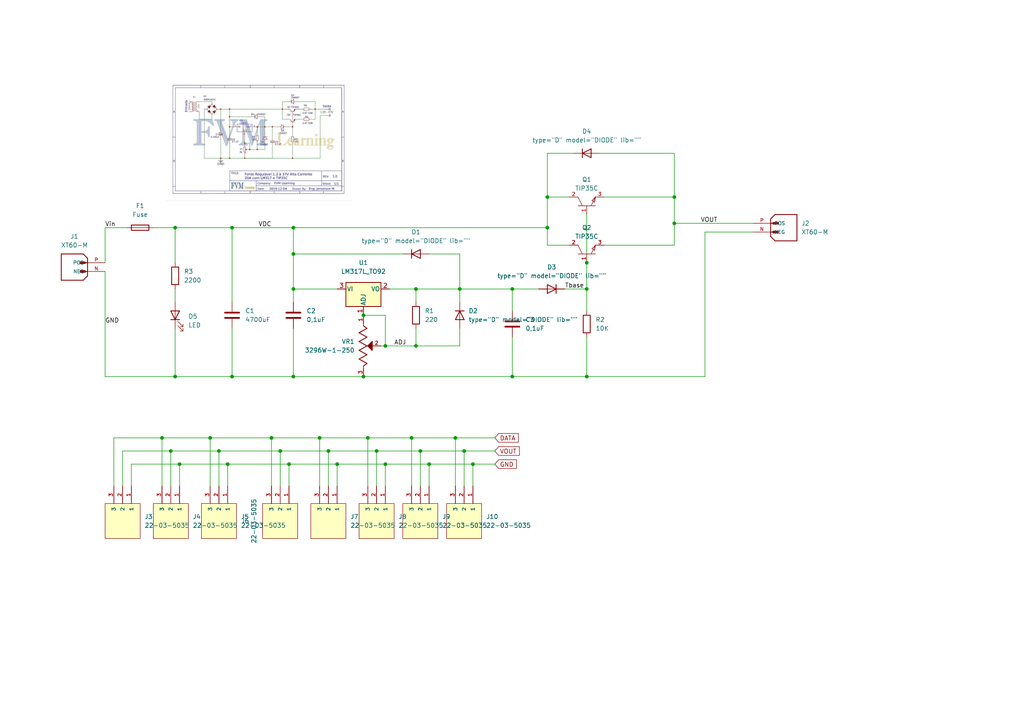
<source format=kicad_sch>
(kicad_sch (version 20211123) (generator eeschema)
  (paper "A4")
  (lib_symbols
    (symbol "Device:C" (pin_numbers hide) (pin_names (offset 0.254))
      (property "Reference" "C" (at 0.635 2.54 0))
      (property "Value" "C" (at 0.635 -2.54 0))
      (symbol "C_0_1"
        (polyline (pts (xy -2.032 -0.762) (xy 2.032 -0.762)) (stroke (width 0.508)))
        (polyline (pts (xy -2.032 0.762) (xy 2.032 0.762)) (stroke (width 0.508)))
      )
      (symbol "C_1_1"
        (pin passive line (at 0 3.81 270) (length 2.794) (name "~") (number "1"))
        (pin passive line (at 0 -3.81 90) (length 2.794) (name "~") (number "2"))
      )
    )
    (symbol "Device:Fuse" (pin_numbers hide) (pin_names (offset 0))
      (property "Reference" "F" (at 2.032 0 90))
      (property "Value" "Fuse" (at -1.905 0 90))
      (symbol "Fuse_0_1"
        (rectangle (start -0.762 -2.54) (end 0.762 2.54) (stroke (width 0.254)))
        (polyline (pts (xy 0 2.54) (xy 0 -2.54)))
      )
      (symbol "Fuse_1_1"
        (pin passive line (at 0 3.81 270) (length 1.27) (name "~") (number "1"))
        (pin passive line (at 0 -3.81 90) (length 1.27) (name "~") (number "2"))
      )
    )
    (symbol "Device:LED" (pin_numbers hide) (pin_names (offset 1.016) hide)
      (property "Reference" "D" (at 0 2.54 0))
      (property "Value" "LED" (at 0 -2.54 0))
      (symbol "LED_0_1"
        (polyline (pts (xy -1.27 -1.27) (xy -1.27 1.27)) (stroke (width 0.254)))
        (polyline (pts (xy -1.27 0) (xy 1.27 0)))
        (polyline (pts (xy 1.27 -1.27) (xy 1.27 1.27) (xy -1.27 0) (xy 1.27 -1.27)) (stroke (width 0.254)))
        (polyline (pts (xy -3.048 -0.762) (xy -4.572 -2.286) (xy -3.81 -2.286) (xy -4.572 -2.286) (xy -4.572 -1.524)))
        (polyline (pts (xy -1.778 -0.762) (xy -3.302 -2.286) (xy -2.54 -2.286) (xy -3.302 -2.286) (xy -3.302 -1.524)))
      )
      (symbol "LED_1_1"
        (pin passive line (at -3.81 0 0) (length 2.54) (name "K") (number "1"))
        (pin passive line (at 3.81 0 180) (length 2.54) (name "A") (number "2"))
      )
    )
    (symbol "Device:R" (pin_numbers hide) (pin_names (offset 0))
      (property "Reference" "R" (at 2.032 0 90))
      (property "Value" "R" (at 0 0 90))
      (symbol "R_0_1"
        (rectangle (start -1.016 -2.54) (end 1.016 2.54) (stroke (width 0.254)))
      )
      (symbol "R_1_1"
        (pin passive line (at 0 3.81 270) (length 1.27) (name "~") (number "1"))
        (pin passive line (at 0 -3.81 90) (length 1.27) (name "~") (number "2"))
      )
    )
    (symbol "Regulator_Linear:LM317L_TO92" (pin_names (offset 0.254))
      (property "Reference" "U" (at -3.81 3.175 0))
      (property "Value" "LM317L_TO92" (at 0 3.175 0))
      (symbol "LM317L_TO92_0_1"
        (rectangle (start -5.08 1.905) (end 5.08 -5.08) (stroke (width 0.254)) (fill (type background)))
      )
      (symbol "LM317L_TO92_1_1"
        (pin input line (at 0 -7.62 90) (length 2.54) (name "ADJ") (number "1"))
        (pin power_out line (at 7.62 0 180) (length 2.54) (name "VO") (number "2"))
        (pin power_in line (at -7.62 0 0) (length 2.54) (name "VI") (number "3"))
      )
    )
    (symbol "Simulation_SPICE:DIODE" (pin_numbers hide) (pin_names (offset 1.016) hide)
      (property "Reference" "D" (at 0 2.54 0))
      (property "Value" "DIODE" (at 0 -2.54 0))
      (symbol "DIODE_0_1"
        (polyline (pts (xy 1.27 0) (xy -1.27 0)))
        (polyline (pts (xy 1.27 1.27) (xy 1.27 -1.27)) (stroke (width 0.254)))
        (polyline (pts (xy -1.27 -1.27) (xy -1.27 1.27) (xy 1.27 0) (xy -1.27 -1.27)) (stroke (width 0.254)))
      )
      (symbol "DIODE_1_1"
        (pin passive line (at -3.81 0 0) (length 2.54) (name "A") (number "1"))
        (pin passive line (at 3.81 0 180) (length 2.54) (name "K") (number "2"))
      )
    )
    (symbol "TRIM_POT:3296W-1-250" (pin_names (offset 1.016))
      (property "Reference" "VR" (at -5.0871 10.1742 0))
      (property "Value" "3296W-1-250" (at -5.0926 -5.0926 0))
      (symbol "3296W-1-250_0_0"
        (polyline (pts (xy -6.35 0) (xy -5.842 0)) (stroke (width 0.1524)))
        (polyline (pts (xy -5.842 0) (xy -5.08 1.016)) (stroke (width 0.254)))
        (polyline (pts (xy -5.08 1.016) (xy -3.81 -1.27)) (stroke (width 0.254)))
        (polyline (pts (xy -3.81 -1.27) (xy -2.54 1.016)) (stroke (width 0.254)))
        (polyline (pts (xy -2.54 1.016) (xy -1.27 -1.27)) (stroke (width 0.254)))
        (polyline (pts (xy -1.27 -1.27) (xy 0 1.016)) (stroke (width 0.254)))
        (polyline (pts (xy -1.27 2.54) (xy 1.27 2.54)) (stroke (width 0.254)))
        (polyline (pts (xy 0 1.016) (xy 1.27 -1.27)) (stroke (width 0.254)))
        (polyline (pts (xy 0 1.27) (xy -1.27 2.54)) (stroke (width 0.254)))
        (polyline (pts (xy 1.27 -1.27) (xy 2.54 1.016)) (stroke (width 0.254)))
        (polyline (pts (xy 1.27 2.54) (xy 0 1.27)) (stroke (width 0.254)))
        (polyline (pts (xy 2.54 1.016) (xy 3.81 -1.27)) (stroke (width 0.254)))
        (polyline (pts (xy 3.81 -1.27) (xy 5.08 1.016)) (stroke (width 0.254)))
        (polyline (pts (xy 5.842 0) (xy 5.08 1.016)) (stroke (width 0.254)))
        (polyline (pts (xy 5.842 0) (xy 6.35 0)) (stroke (width 0.1524)))
        (polyline (pts (xy -1.27 2.54) (xy 1.27 2.54) (xy 0 1.27) (xy -1.27 2.54)) (stroke (width 0.254)) (fill (type outline)))
        (pin passive line (at -8.89 0 0) (length 2.54) (name "~") (number "1"))
        (pin passive line (at 0 5.08 270) (length 2.54) (name "~") (number "2"))
        (pin passive line (at 8.89 0 180) (length 2.54) (name "~") (number "3"))
      )
    )
    (symbol "TTL-3PIN:22-03-5035" (pin_names (offset 1.016))
      (property "Reference" "J" (at -5.08 5.08 0))
      (property "Value" "22-03-5035" (at -5.08 -7.62 0))
      (symbol "22-03-5035_0_0"
        (rectangle (start -5.08 -5.08) (end 5.08 5.08) (stroke (width 0.1524)) (fill (type background)))
        (pin passive line (at -10.16 2.54 0) (length 5.08) (name "1") (number "1"))
        (pin passive line (at -10.16 0 0) (length 5.08) (name "2") (number "2"))
        (pin passive line (at -10.16 -2.54 0) (length 5.08) (name "3") (number "3"))
      )
    )
    (symbol "XT-60:XT60-M" (pin_names (offset 1.016))
      (property "Reference" "J" (at 0 6.35 0))
      (property "Value" "XT60-M" (at 0 -5.08 0))
      (symbol "XT60-M_0_0"
        (polyline (pts (xy 0 -1.27) (xy 1.27 -2.54)) (stroke (width 0.254)))
        (polyline (pts (xy 0 0) (xy 1.905 0)) (stroke (width 0.254)))
        (polyline (pts (xy 0 2.54) (xy 0 -1.27)) (stroke (width 0.254)))
        (polyline (pts (xy 0 2.54) (xy 1.905 2.54)) (stroke (width 0.254)))
        (polyline (pts (xy 0 3.81) (xy 0 2.54)) (stroke (width 0.254)))
        (polyline (pts (xy 0 3.81) (xy 1.27 5.08)) (stroke (width 0.254)))
        (polyline (pts (xy 1.27 -2.54) (xy 7.62 -2.54)) (stroke (width 0.254)))
        (polyline (pts (xy 7.62 -2.54) (xy 7.62 5.08)) (stroke (width 0.254)))
        (polyline (pts (xy 7.62 5.08) (xy 1.27 5.08)) (stroke (width 0.254)))
        (rectangle (start 0.635 -0.3175) (end 2.2225 0.3175) (stroke (width 0.1)) (fill (type outline)))
        (rectangle (start 0.635 2.2225) (end 2.2225 2.8575) (stroke (width 0.1)) (fill (type outline)))
        (pin passive line (at -5.08 0 0) (length 5.08) (name "NEG") (number "N"))
        (pin passive line (at -5.08 2.54 0) (length 5.08) (name "POS") (number "P"))
      )
    )
    (symbol "eec:TIP35C" (pin_names (offset 1.016))
      (property "Reference" "Q" (at 0 7.62 0))
      (property "Value" "TIP35C" (at 0 10.16 0))
      (symbol "TIP35C_1_1"
        (polyline (pts (xy 5.08 -1.27) (xy 7.62 -2.54)))
        (polyline (pts (xy 5.08 1.27) (xy 7.62 2.54)))
        (polyline (pts (xy 5.08 2.54) (xy 5.08 -2.54)))
        (polyline (pts (xy 6.096 -2.286) (xy 6.604 -1.524)))
        (polyline (pts (xy 6.096 -2.286) (xy 7.62 -2.54)))
        (polyline (pts (xy 6.604 -1.524) (xy 7.62 -2.54)))
        (pin unspecified line (at 2.54 0 0) (length 2.54) (name "BASE") (number "1"))
        (pin unspecified line (at 7.62 5.08 270) (length 2.54) (name "COLLECTOR") (number "2"))
        (pin unspecified line (at 7.62 -5.08 90) (length 2.54) (name "EMITTER") (number "3"))
      )
    )
  )
  (junction (at 49.53 130.81))
  (junction (at 67.31 66.04))
  (junction (at 97.79 134.62))
  (junction (at 60.96 127))
  (junction (at 85.09 109.22))
  (junction (at 105.41 91.44))
  (junction (at 67.31 109.22))
  (junction (at 46.99 127))
  (junction (at 50.8 66.04))
  (junction (at 111.76 134.62))
  (junction (at 106.68 127))
  (junction (at 81.28 130.81))
  (junction (at 170.18 83.82))
  (junction (at 85.09 73.66))
  (junction (at 148.59 83.82))
  (junction (at 119.38 127))
  (junction (at 83.82 134.62))
  (junction (at 109.22 130.81))
  (junction (at 66.04 134.62))
  (junction (at 78.74 127))
  (junction (at 170.18 109.22))
  (junction (at 137.16 134.62))
  (junction (at 132.08 127))
  (junction (at 195.58 64.77))
  (junction (at 52.07 134.62))
  (junction (at 85.09 66.04))
  (junction (at 158.75 57.15))
  (junction (at 148.59 109.22))
  (junction (at 95.25 130.81))
  (junction (at 120.65 100.33))
  (junction (at 111.76 100.33))
  (junction (at 121.92 130.81))
  (junction (at 133.35 83.82))
  (junction (at 92.71 127))
  (junction (at 50.8 109.22))
  (junction (at 158.75 66.04))
  (junction (at 85.09 83.82))
  (junction (at 170.18 76.2))
  (junction (at 105.41 109.22))
  (junction (at 124.46 134.62))
  (junction (at 120.65 83.82))
  (junction (at 63.5 130.81))
  (junction (at 134.62 130.81))
  (junction (at 195.58 57.15))
  (wire (pts (xy 158.75 44.45) (xy 158.75 57.15)))
  (wire (pts (xy 66.04 134.62) (xy 66.04 140.97)))
  (wire (pts (xy 50.8 66.04) (xy 67.31 66.04)))
  (wire (pts (xy 85.09 109.22) (xy 105.41 109.22)))
  (wire (pts (xy 133.35 73.66) (xy 133.35 83.82)))
  (wire (pts (xy 30.48 78.74) (xy 30.48 109.22)))
  (wire (pts (xy 170.18 97.79) (xy 170.18 109.22)))
  (wire (pts (xy 110.49 100.33) (xy 111.76 100.33)))
  (wire (pts (xy 195.58 44.45) (xy 195.58 57.15)))
  (wire (pts (xy 124.46 134.62) (xy 124.46 140.97)))
  (wire (pts (xy 158.75 57.15) (xy 165.1 57.15)))
  (wire (pts (xy 111.76 134.62) (xy 111.76 140.97)))
  (wire (pts (xy 121.92 130.81) (xy 121.92 140.97)))
  (wire (pts (xy 67.31 109.22) (xy 85.09 109.22)))
  (wire (pts (xy 175.26 71.12) (xy 195.58 71.12)))
  (wire (pts (xy 85.09 73.66) (xy 85.09 83.82)))
  (wire (pts (xy 148.59 83.82) (xy 156.21 83.82)))
  (wire (pts (xy 111.76 100.33) (xy 120.65 100.33)))
  (wire (pts (xy 148.59 97.79) (xy 148.59 109.22)))
  (wire (pts (xy 120.65 83.82) (xy 113.03 83.82)))
  (wire (pts (xy 92.71 127) (xy 106.68 127)))
  (wire (pts (xy 95.25 130.81) (xy 109.22 130.81)))
  (wire (pts (xy 106.68 140.97) (xy 106.68 127)))
  (wire (pts (xy 50.8 83.82) (xy 50.8 87.63)))
  (wire (pts (xy 67.31 66.04) (xy 67.31 87.63)))
  (wire (pts (xy 166.37 44.45) (xy 158.75 44.45)))
  (wire (pts (xy 143.51 134.62) (xy 137.16 134.62)))
  (wire (pts (xy 44.45 66.04) (xy 50.8 66.04)))
  (wire (pts (xy 124.46 73.66) (xy 133.35 73.66)))
  (wire (pts (xy 111.76 134.62) (xy 124.46 134.62)))
  (wire (pts (xy 105.41 91.44) (xy 111.76 91.44)))
  (wire (pts (xy 143.51 127) (xy 132.08 127)))
  (wire (pts (xy 137.16 134.62) (xy 137.16 140.97)))
  (wire (pts (xy 49.53 130.81) (xy 63.5 130.81)))
  (wire (pts (xy 119.38 127) (xy 119.38 140.97)))
  (wire (pts (xy 83.82 134.62) (xy 97.79 134.62)))
  (wire (pts (xy 170.18 109.22) (xy 204.47 109.22)))
  (wire (pts (xy 33.02 127) (xy 46.99 127)))
  (wire (pts (xy 134.62 130.81) (xy 134.62 140.97)))
  (wire (pts (xy 85.09 83.82) (xy 97.79 83.82)))
  (wire (pts (xy 120.65 83.82) (xy 133.35 83.82)))
  (wire (pts (xy 30.48 66.04) (xy 36.83 66.04)))
  (wire (pts (xy 97.79 140.97) (xy 97.79 134.62)))
  (wire (pts (xy 85.09 73.66) (xy 116.84 73.66)))
  (wire (pts (xy 92.71 127) (xy 92.71 140.97)))
  (wire (pts (xy 85.09 109.22) (xy 85.09 95.25)))
  (wire (pts (xy 175.26 57.15) (xy 195.58 57.15)))
  (wire (pts (xy 30.48 66.04) (xy 30.48 76.2)))
  (wire (pts (xy 133.35 100.33) (xy 120.65 100.33)))
  (wire (pts (xy 109.22 130.81) (xy 109.22 140.97)))
  (wire (pts (xy 35.56 140.97) (xy 35.56 130.81)))
  (wire (pts (xy 218.44 67.31) (xy 204.47 67.31)))
  (wire (pts (xy 46.99 127) (xy 60.96 127)))
  (wire (pts (xy 195.58 64.77) (xy 218.44 64.77)))
  (wire (pts (xy 85.09 83.82) (xy 85.09 87.63)))
  (wire (pts (xy 170.18 62.23) (xy 170.18 76.2)))
  (wire (pts (xy 109.22 130.81) (xy 121.92 130.81)))
  (wire (pts (xy 120.65 100.33) (xy 120.65 95.25)))
  (wire (pts (xy 95.25 130.81) (xy 95.25 140.97)))
  (wire (pts (xy 49.53 130.81) (xy 49.53 140.97)))
  (wire (pts (xy 195.58 64.77) (xy 195.58 57.15)))
  (wire (pts (xy 35.56 130.81) (xy 49.53 130.81)))
  (wire (pts (xy 83.82 134.62) (xy 83.82 140.97)))
  (wire (pts (xy 158.75 66.04) (xy 158.75 57.15)))
  (wire (pts (xy 111.76 91.44) (xy 111.76 100.33)))
  (wire (pts (xy 173.99 44.45) (xy 195.58 44.45)))
  (wire (pts (xy 85.09 66.04) (xy 158.75 66.04)))
  (wire (pts (xy 170.18 83.82) (xy 163.83 83.82)))
  (wire (pts (xy 60.96 127) (xy 78.74 127)))
  (wire (pts (xy 46.99 127) (xy 46.99 140.97)))
  (wire (pts (xy 38.1 134.62) (xy 52.07 134.62)))
  (wire (pts (xy 52.07 134.62) (xy 52.07 140.97)))
  (wire (pts (xy 97.79 134.62) (xy 111.76 134.62)))
  (wire (pts (xy 78.74 127) (xy 92.71 127)))
  (wire (pts (xy 30.48 109.22) (xy 50.8 109.22)))
  (wire (pts (xy 119.38 127) (xy 132.08 127)))
  (wire (pts (xy 50.8 95.25) (xy 50.8 109.22)))
  (wire (pts (xy 204.47 67.31) (xy 204.47 109.22)))
  (wire (pts (xy 67.31 66.04) (xy 85.09 66.04)))
  (wire (pts (xy 50.8 66.04) (xy 50.8 76.2)))
  (wire (pts (xy 133.35 95.25) (xy 133.35 100.33)))
  (wire (pts (xy 81.28 140.97) (xy 81.28 130.81)))
  (wire (pts (xy 133.35 87.63) (xy 133.35 83.82)))
  (wire (pts (xy 81.28 130.81) (xy 95.25 130.81)))
  (wire (pts (xy 105.41 109.22) (xy 148.59 109.22)))
  (wire (pts (xy 170.18 90.17) (xy 170.18 83.82)))
  (wire (pts (xy 78.74 127) (xy 78.74 140.97)))
  (wire (pts (xy 60.96 127) (xy 60.96 140.97)))
  (wire (pts (xy 148.59 83.82) (xy 133.35 83.82)))
  (wire (pts (xy 33.02 140.97) (xy 33.02 127)))
  (wire (pts (xy 121.92 130.81) (xy 134.62 130.81)))
  (wire (pts (xy 106.68 127) (xy 119.38 127)))
  (wire (pts (xy 170.18 76.2) (xy 170.18 83.82)))
  (wire (pts (xy 38.1 140.97) (xy 38.1 134.62)))
  (wire (pts (xy 134.62 130.81) (xy 143.51 130.81)))
  (wire (pts (xy 52.07 134.62) (xy 66.04 134.62)))
  (wire (pts (xy 63.5 130.81) (xy 81.28 130.81)))
  (wire (pts (xy 124.46 134.62) (xy 137.16 134.62)))
  (wire (pts (xy 50.8 109.22) (xy 67.31 109.22)))
  (wire (pts (xy 67.31 109.22) (xy 67.31 95.25)))
  (wire (pts (xy 158.75 71.12) (xy 158.75 66.04)))
  (wire (pts (xy 148.59 90.17) (xy 148.59 83.82)))
  (wire (pts (xy 170.18 109.22) (xy 148.59 109.22)))
  (wire (pts (xy 66.04 134.62) (xy 83.82 134.62)))
  (wire (pts (xy 85.09 66.04) (xy 85.09 73.66)))
  (wire (pts (xy 195.58 71.12) (xy 195.58 64.77)))
  (wire (pts (xy 63.5 130.81) (xy 63.5 140.97)))
  (wire (pts (xy 120.65 87.63) (xy 120.65 83.82)))
  (wire (pts (xy 165.1 71.12) (xy 158.75 71.12)))
  (wire (pts (xy 132.08 127) (xy 132.08 140.97)))
  (image (at 74.93 40.64))
  (label "GND" (at 30.48 93.98 0))
  (label "VDC" (at 74.93 66.04 0))
  (label "VOUT" (at 203.2 64.77 0))
  (label "ADJ" (at 114.3 100.33 0))
  (label "Vin" (at 30.48 66.04 0))
  (label "Tbase" (at 163.83 83.82 0))
  (global_label "GND" (shape input) (at 143.51 134.62 0) (property "Intersheet References" "${INTERSHEET_REFS}" (effects hide)))
  (global_label "VOUT" (shape input) (at 143.51 130.81 0) (property "Intersheet References" "${INTERSHEET_REFS}" (effects hide)))
  (global_label "DATA" (shape input) (at 143.51 127 0) (property "Intersheet References" "${INTERSHEET_REFS}" (effects hide)))
  (symbol (lib_id "Device:Fuse") (at 40.64 66.04 90) (unit 1)
    (property "Reference" "F1" (at 40.64 59.69 90))
    (property "Value" "Fuse" (at 40.64 62.23 90))
    (property "Footprint" "Fuse:Fuseholder_Cylinder-5x20mm_Schurter_0031_8201_Horizontal_Open" (effects hide))
  )
  (symbol (lib_id "Regulator_Linear:LM317L_TO92") (at 105.41 83.82 0) (unit 1)
    (property "Reference" "U1" (at 105.41 76.2 0))
    (property "Value" "LM317L_TO92" (at 105.41 78.74 0))
    (property "Footprint" "Package_TO_SOT_THT:TO-220-3_Vertical" (effects hide))
    (property "Datasheet" "http://www.ti.com/lit/ds/snvs775k/snvs775k.pdf" (effects hide))
  )
  (symbol (lib_id "Device:LED") (at 50.8 91.44 90) (unit 1)
    (property "Reference" "D5" (at 54.61 91.7574 90) (effects (justify right)))
    (property "Value" "LED" (at 54.61 94.2974 90) (effects (justify right)))
    (property "Footprint" "LED_THT:LED_D3.0mm" (effects hide))
  )
  (symbol (lib_id "Simulation_SPICE:DIODE") (at 133.35 91.44 90) (unit 1)
    (property "Reference" "D2" (at 135.89 90.1699 90) (effects (justify right)))
    (property "Value" "DIODE" (at 135.89 92.7099 90) (effects (justify right)))
    (property "Footprint" "Diode_THT:D_A-405_P12.70mm_Horizontal" (effects hide))
    (property "Spice_Netlist_Enabled" "Y" (effects hide))
    (property "Spice_Primitive" "D" (effects hide))
  )
  (symbol (lib_id "Device:C") (at 148.59 93.98 0) (unit 1)
    (property "Reference" "C3" (at 152.4 92.7099 0) (effects (justify left)))
    (property "Value" "0,1uF" (at 152.4 95.2499 0) (effects (justify left)))
    (property "Footprint" "Capacitor_THT:CP_Radial_D6.3mm_P2.50mm" (effects hide))
  )
  (symbol (lib_id "Device:R") (at 50.8 80.01 0) (unit 1)
    (property "Reference" "R3" (at 53.34 78.7399 0) (effects (justify left)))
    (property "Value" "2200" (at 53.34 81.2799 0) (effects (justify left)))
    (property "Footprint" "Resistor_THT:R_Axial_DIN0207_L6.3mm_D2.5mm_P7.62mm_Horizontal" (effects hide))
  )
  (symbol (lib_id "Simulation_SPICE:DIODE") (at 170.18 44.45 180) (unit 1)
    (property "Reference" "D4" (at 170.18 38.1 0))
    (property "Value" "DIODE" (at 170.18 40.64 0))
    (property "Footprint" "Diode_THT:D_A-405_P12.70mm_Horizontal" (effects hide))
    (property "Spice_Netlist_Enabled" "Y" (effects hide))
    (property "Spice_Primitive" "D" (effects hide))
  )
  (symbol (lib_id "TTL-3PIN:22-03-5035") (at 109.22 151.13 270) (unit 1)
    (property "Reference" "J8" (at 115.57 149.8599 90) (effects (justify left)))
    (property "Value" "22-03-5035" (at 115.57 152.3999 90) (effects (justify left)))
    (property "Footprint" "TTL-3PIN:TTL_3pin" (effects hide))
    (property "STANDARD" "Manufacturer recommendations" (effects hide))
    (property "PARTREV" "B" (effects hide))
    (property "MANUFACTURER" "Molex" (effects hide))
    (property "MAXIMUM_PACKAGE_HEIGHT" "5.9mm" (effects hide))
  )
  (symbol (lib_id "TRIM_POT:3296W-1-250") (at 105.41 100.33 270) (unit 1)
    (property "Reference" "VR1" (at 102.87 99.0599 90) (effects (justify right)))
    (property "Value" "3296W-1-250" (at 102.87 101.5999 90) (effects (justify right)))
    (property "Footprint" "XT-60:TRIM_3296W-1-250" (effects hide))
    (property "PARTREV" "05/16" (effects hide))
    (property "MANUFACTURER" "Bourns" (effects hide))
    (property "STANDARD" "Manufacturer Recommendation" (effects hide))
  )
  (symbol (lib_id "eec:TIP35C") (at 170.18 78.74 90) (unit 1)
    (property "Reference" "Q2" (at 170.18 66.04 90))
    (property "Value" "TIP35C" (at 170.18 68.58 90))
    (property "Footprint" "Package_TO_SOT_THT:TO-3PB-3_Vertical" (effects hide))
    (property "Datasheet" "http://www.st.com/content/ccc/resource/technical/document/datasheet/81/78/4f/8c/28/81/4d/c1/CD00001165.pdf/files/CD00001165.pdf/jcr:content/translations/en.CD00001165.pdf" (effects hide))
    (property "category" "Trans" (effects hide))
    (property "digikey description" "TRANS NPN 100V 25A TO-247" (effects hide))
    (property "digikey part number" "497-2609-5-ND" (effects hide))
    (property "ipc land pattern name" "TO-220" (effects hide))
    (property "lead free" "yes" (effects hide))
    (property "library id" "7268601df026f6f5" (effects hide))
    (property "manufacturer" "STMicroelectronics" (effects hide))
    (property "mouser part number" "511-TIP35C" (effects hide))
    (property "package" "TO247" (effects hide))
    (property "rohs" "yes" (effects hide))
    (property "temperature range high" "+150°C" (effects hide))
    (property "voltage" "100V" (effects hide))
  )
  (symbol (lib_id "TTL-3PIN:22-03-5035") (at 95.25 151.13 270) (unit 1)
    (property "Reference" "J7" (at 101.6 149.8599 90) (effects (justify left)))
    (property "Value" "22-03-5035" (at 101.6 152.3999 90) (effects (justify left)))
    (property "Footprint" "TTL-3PIN:TTL_3pin" (effects hide))
    (property "STANDARD" "Manufacturer recommendations" (effects hide))
    (property "PARTREV" "B" (effects hide))
    (property "MANUFACTURER" "Molex" (effects hide))
    (property "MAXIMUM_PACKAGE_HEIGHT" "5.9mm" (effects hide))
  )
  (symbol (lib_id "TTL-3PIN:22-03-5035") (at 121.92 151.13 270) (unit 1)
    (property "Reference" "J9" (at 128.27 149.8599 90) (effects (justify left)))
    (property "Value" "22-03-5035" (at 128.27 152.3999 90) (effects (justify left)))
    (property "Footprint" "TTL-3PIN:TTL_3pin" (effects hide))
    (property "STANDARD" "Manufacturer recommendations" (effects hide))
    (property "PARTREV" "B" (effects hide))
    (property "MANUFACTURER" "Molex" (effects hide))
    (property "MAXIMUM_PACKAGE_HEIGHT" "5.9mm" (effects hide))
  )
  (symbol (lib_id "TTL-3PIN:22-03-5035") (at 134.62 151.13 270) (unit 1)
    (property "Reference" "J10" (at 140.97 149.8599 90) (effects (justify left)))
    (property "Value" "22-03-5035" (at 140.97 152.3999 90) (effects (justify left)))
    (property "Footprint" "TTL-3PIN:TTL_3pin" (effects hide))
    (property "STANDARD" "Manufacturer recommendations" (effects hide))
    (property "PARTREV" "B" (effects hide))
    (property "MANUFACTURER" "Molex" (effects hide))
    (property "MAXIMUM_PACKAGE_HEIGHT" "5.9mm" (effects hide))
  )
  (symbol (lib_id "TTL-3PIN:22-03-5035") (at 63.5 151.13 270) (unit 1)
    (property "Reference" "J5" (at 69.85 149.8599 90) (effects (justify left)))
    (property "Value" "22-03-5035" (at 69.85 152.3999 90) (effects (justify left)))
    (property "Footprint" "TTL-3PIN:TTL_3pin" (effects hide))
    (property "STANDARD" "Manufacturer recommendations" (effects hide))
    (property "PARTREV" "B" (effects hide))
    (property "MANUFACTURER" "Molex" (effects hide))
    (property "MAXIMUM_PACKAGE_HEIGHT" "5.9mm" (effects hide))
  )
  (symbol (lib_id "TTL-3PIN:22-03-5035") (at 35.56 151.13 270) (unit 1)
    (property "Reference" "J3" (at 41.91 149.8599 90) (effects (justify left)))
    (property "Value" "22-03-5035" (at 41.91 152.3999 90) (effects (justify left)))
    (property "Footprint" "TTL-3PIN:TTL_3pin" (effects hide))
    (property "STANDARD" "Manufacturer recommendations" (effects hide))
    (property "PARTREV" "B" (effects hide))
    (property "MANUFACTURER" "Molex" (effects hide))
    (property "MAXIMUM_PACKAGE_HEIGHT" "5.9mm" (effects hide))
  )
  (symbol (lib_id "XT-60:XT60-M") (at 25.4 78.74 0) (mirror y) (unit 1)
    (property "Reference" "J1" (at 21.59 68.58 0))
    (property "Value" "XT60-M" (at 21.59 71.12 0))
    (property "Footprint" "AMASS_XT60-M" (effects hide))
    (property "PARTREV" "V1.2" (effects hide))
    (property "MAXIMUM_PACKAGE_HEIGHT" "16.00 mm" (effects hide))
    (property "STANDARD" "IPC 7351B" (effects hide))
    (property "MANUFACTURER" "AMASS" (effects hide))
  )
  (symbol (lib_id "Simulation_SPICE:DIODE") (at 160.02 83.82 0) (unit 1)
    (property "Reference" "D3" (at 160.02 77.47 0))
    (property "Value" "DIODE" (at 160.02 80.01 0))
    (property "Footprint" "Diode_THT:D_A-405_P12.70mm_Horizontal" (effects hide))
    (property "Spice_Netlist_Enabled" "Y" (effects hide))
    (property "Spice_Primitive" "D" (effects hide))
  )
  (symbol (lib_id "Device:C") (at 67.31 91.44 0) (unit 1)
    (property "Reference" "C1" (at 71.12 90.1699 0) (effects (justify left)))
    (property "Value" "4700uF" (at 71.12 92.7099 0) (effects (justify left)))
    (property "Footprint" "Capacitor_THT:CP_Radial_D6.3mm_P2.50mm" (effects hide))
  )
  (symbol (lib_id "Simulation_SPICE:DIODE") (at 120.65 73.66 180) (unit 1)
    (property "Reference" "D1" (at 120.65 67.31 0))
    (property "Value" "DIODE" (at 120.65 69.85 0))
    (property "Footprint" "Diode_THT:D_A-405_P12.70mm_Horizontal" (effects hide))
    (property "Spice_Netlist_Enabled" "Y" (effects hide))
    (property "Spice_Primitive" "D" (effects hide))
  )
  (symbol (lib_id "TTL-3PIN:22-03-5035") (at 49.53 151.13 270) (unit 1)
    (property "Reference" "J4" (at 55.88 149.8599 90) (effects (justify left)))
    (property "Value" "22-03-5035" (at 55.88 152.3999 90) (effects (justify left)))
    (property "Footprint" "TTL-3PIN:TTL_3pin" (effects hide))
    (property "STANDARD" "Manufacturer recommendations" (effects hide))
    (property "PARTREV" "B" (effects hide))
    (property "MANUFACTURER" "Molex" (effects hide))
    (property "MAXIMUM_PACKAGE_HEIGHT" "5.9mm" (effects hide))
  )
  (symbol (lib_id "eec:TIP35C") (at 170.18 64.77 90) (unit 1)
    (property "Reference" "Q1" (at 170.18 52.07 90))
    (property "Value" "TIP35C" (at 170.18 54.61 90))
    (property "Footprint" "Package_TO_SOT_THT:TO-3PB-3_Vertical" (effects hide))
    (property "Datasheet" "http://www.st.com/content/ccc/resource/technical/document/datasheet/81/78/4f/8c/28/81/4d/c1/CD00001165.pdf/files/CD00001165.pdf/jcr:content/translations/en.CD00001165.pdf" (effects hide))
    (property "category" "Trans" (effects hide))
    (property "digikey description" "TRANS NPN 100V 25A TO-247" (effects hide))
    (property "digikey part number" "497-2609-5-ND" (effects hide))
    (property "ipc land pattern name" "TO-220" (effects hide))
    (property "lead free" "yes" (effects hide))
    (property "library id" "7268601df026f6f5" (effects hide))
    (property "manufacturer" "STMicroelectronics" (effects hide))
    (property "mouser part number" "511-TIP35C" (effects hide))
    (property "package" "TO247" (effects hide))
    (property "rohs" "yes" (effects hide))
    (property "temperature range high" "+150°C" (effects hide))
    (property "voltage" "100V" (effects hide))
  )
  (symbol (lib_id "TTL-3PIN:22-03-5035") (at 81.28 151.13 270) (unit 1)
    (property "Reference" "J6" (at 71.12 151.13 90))
    (property "Value" "22-03-5035" (at 73.66 151.13 0))
    (property "Footprint" "TTL-3PIN:TTL_3pin" (effects hide))
    (property "STANDARD" "Manufacturer recommendations" (effects hide))
    (property "PARTREV" "B" (effects hide))
    (property "MANUFACTURER" "Molex" (effects hide))
    (property "MAXIMUM_PACKAGE_HEIGHT" "5.9mm" (effects hide))
  )
  (symbol (lib_id "Device:R") (at 120.65 91.44 0) (unit 1)
    (property "Reference" "R1" (at 123.19 90.1699 0) (effects (justify left)))
    (property "Value" "220" (at 123.19 92.7099 0) (effects (justify left)))
    (property "Footprint" "Resistor_THT:R_Axial_DIN0207_L6.3mm_D2.5mm_P7.62mm_Horizontal" (effects hide))
  )
  (symbol (lib_id "Device:R") (at 170.18 93.98 0) (unit 1)
    (property "Reference" "R2" (at 172.72 92.7099 0) (effects (justify left)))
    (property "Value" "10K" (at 172.72 95.2499 0) (effects (justify left)))
    (property "Footprint" "Resistor_THT:R_Axial_DIN0207_L6.3mm_D2.5mm_P7.62mm_Horizontal" (effects hide))
  )
  (symbol (lib_id "Device:C") (at 85.09 91.44 0) (unit 1)
    (property "Reference" "C2" (at 88.9 90.1699 0) (effects (justify left)))
    (property "Value" "0,1uF" (at 88.9 92.7099 0) (effects (justify left)))
    (property "Footprint" "Capacitor_THT:CP_Radial_D6.3mm_P2.50mm" (effects hide))
  )
  (symbol (lib_id "XT-60:XT60-M") (at 223.52 67.31 0) (unit 1)
    (property "Reference" "J2" (at 232.41 64.7699 0) (effects (justify left)))
    (property "Value" "XT60-M" (at 232.41 67.3099 0) (effects (justify left)))
    (property "Footprint" "AMASS_XT60-M" (effects hide))
    (property "PARTREV" "V1.2" (effects hide))
    (property "MAXIMUM_PACKAGE_HEIGHT" "16.00 mm" (effects hide))
    (property "STANDARD" "IPC 7351B" (effects hide))
    (property "MANUFACTURER" "AMASS" (effects hide))
  )
)
</source>
